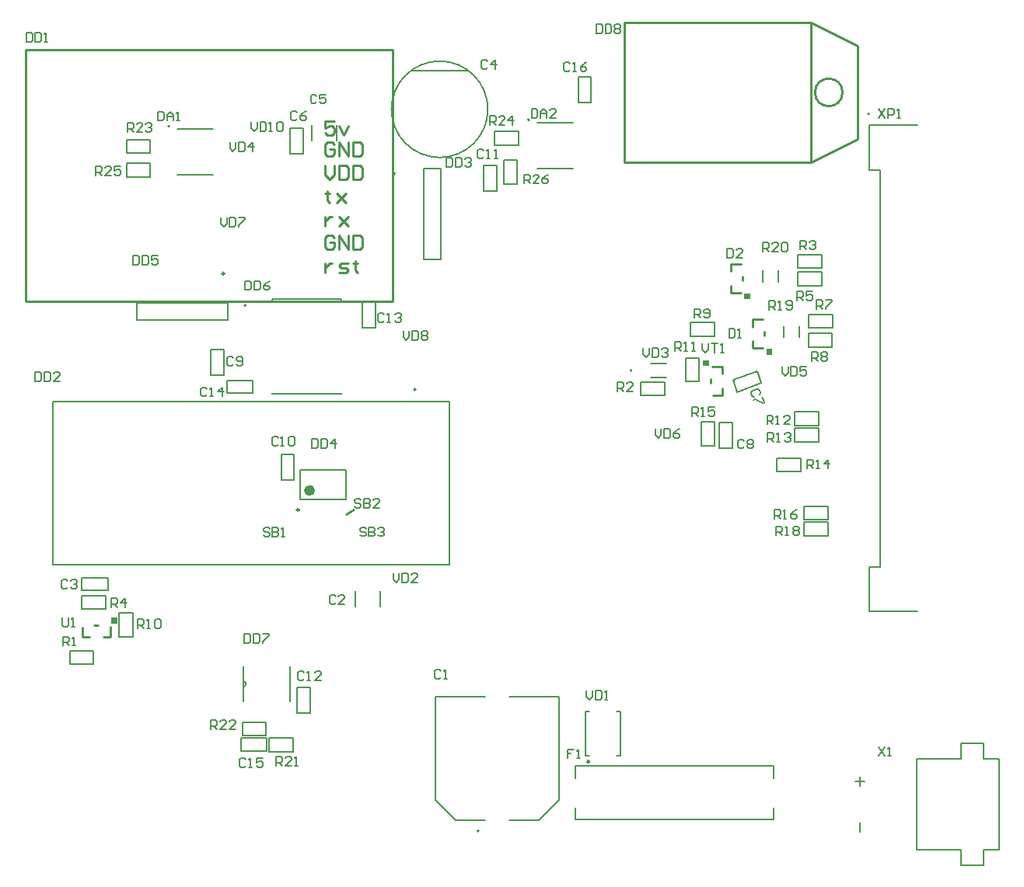
<source format=gto>
G04*
G04 #@! TF.GenerationSoftware,Altium Limited,Altium Designer,20.0.12 (288)*
G04*
G04 Layer_Color=65535*
%FSLAX44Y44*%
%MOMM*%
G71*
G01*
G75*
%ADD10C,0.2000*%
%ADD11C,0.2500*%
%ADD12C,0.2540*%
%ADD13C,0.1524*%
%ADD14C,0.6000*%
%ADD15C,0.1500*%
%ADD16C,0.1270*%
G36*
X97375Y328100D02*
Y321750D01*
X103725D01*
Y328100D01*
X97375D01*
D02*
G37*
G36*
X741900Y602575D02*
X748250D01*
Y608925D01*
X741900D01*
Y602575D01*
D02*
G37*
G36*
X817100Y621425D02*
X810750D01*
Y615075D01*
X817100D01*
Y621425D01*
D02*
G37*
G36*
X793210Y681864D02*
X786860D01*
Y675515D01*
X793210D01*
Y681864D01*
D02*
G37*
D10*
X923000Y877500D02*
G03*
X923000Y877500I-1000J0D01*
G01*
X664501Y597751D02*
G03*
X664501Y597751I-1000J0D01*
G01*
X244250Y668550D02*
G03*
X244250Y668550I-1000J0D01*
G01*
X429000Y577000D02*
G03*
X429000Y577000I-1000J0D01*
G01*
X552790Y870940D02*
G03*
X552790Y870940I-1000J0D01*
G01*
X160790Y863940D02*
G03*
X160790Y863940I-1000J0D01*
G01*
X497750Y95750D02*
G03*
X497750Y95750I-1000J0D01*
G01*
X647250Y226000D02*
X651750D01*
X647250Y178000D02*
X651750D01*
X613750Y226000D02*
X618250D01*
X613750Y178000D02*
X618250D01*
X651750D02*
Y226000D01*
X613750Y178000D02*
Y226000D01*
X539500Y801000D02*
Y827000D01*
X524500Y801000D02*
Y827000D01*
X539500D01*
X524500Y801000D02*
X539500D01*
X114000Y808500D02*
X140000D01*
X114000Y823500D02*
X140000D01*
Y808500D02*
Y823500D01*
X114000Y808500D02*
Y823500D01*
X515000Y843500D02*
X541000D01*
X515000Y858500D02*
X541000D01*
Y843500D02*
Y858500D01*
X515000Y843500D02*
Y858500D01*
X114000Y834500D02*
X140000D01*
X114000Y849500D02*
X140000D01*
Y834500D02*
Y849500D01*
X114000Y834500D02*
Y849500D01*
X240000Y199500D02*
X266000D01*
X240000Y214500D02*
X266000D01*
Y199500D02*
Y214500D01*
X240000Y199500D02*
Y214500D01*
X269500Y182250D02*
X295500D01*
X269500Y197250D02*
X295500D01*
Y182250D02*
Y197250D01*
X269500Y182250D02*
Y197250D01*
X852000Y417500D02*
X878000D01*
X852000Y432500D02*
X878000D01*
Y417500D02*
Y432500D01*
X852000Y417500D02*
Y432500D01*
Y435000D02*
X878000D01*
X852000Y450000D02*
X878000D01*
Y435000D02*
Y450000D01*
X852000Y435000D02*
Y450000D01*
X754500Y516000D02*
Y542000D01*
X739500Y516000D02*
Y542000D01*
X754500D01*
X739500Y516000D02*
X754500D01*
X822000Y487500D02*
X848000D01*
X822000Y502500D02*
X848000D01*
Y487500D02*
Y502500D01*
X822000Y487500D02*
Y502500D01*
X841610Y519940D02*
X867610D01*
X841610Y534940D02*
X867610D01*
Y519940D02*
Y534940D01*
X841610Y519940D02*
Y534940D01*
X841500Y537750D02*
X867500D01*
X841500Y552750D02*
X867500D01*
Y537750D02*
Y552750D01*
X841500Y537750D02*
Y552750D01*
X722750Y585500D02*
Y611500D01*
X737750Y585500D02*
Y611500D01*
X722750Y585500D02*
X737750D01*
X722750Y611500D02*
X737750D01*
X121000Y307250D02*
Y333250D01*
X106000Y307250D02*
Y333250D01*
X121000D01*
X106000Y307250D02*
X121000D01*
X728000Y635250D02*
X754000D01*
X728000Y650250D02*
X754000D01*
Y635250D02*
Y650250D01*
X728000Y635250D02*
Y650250D01*
X856500Y623000D02*
X882500D01*
X856500Y638000D02*
X882500D01*
Y623000D02*
Y638000D01*
X856500Y623000D02*
Y638000D01*
X856750Y644000D02*
X882750D01*
X856750Y659000D02*
X882750D01*
Y644000D02*
Y659000D01*
X856750Y644000D02*
Y659000D01*
X844750Y690000D02*
X870750D01*
X844750Y705000D02*
X870750D01*
Y690000D02*
Y705000D01*
X844750Y690000D02*
Y705000D01*
X65500Y352500D02*
X91500D01*
X65500Y337500D02*
X91500D01*
X65500D02*
Y352500D01*
X91500Y337500D02*
Y352500D01*
X845000Y709250D02*
X871000D01*
X845000Y724250D02*
X871000D01*
Y709250D02*
Y724250D01*
X845000Y709250D02*
Y724250D01*
X674250Y585250D02*
X700250D01*
X674250Y570250D02*
X700250D01*
X674250D02*
Y585250D01*
X700250Y570250D02*
Y585250D01*
X52000Y292500D02*
X78000D01*
X52000Y277500D02*
X78000D01*
X52000D02*
Y292500D01*
X78000Y277500D02*
Y292500D01*
X602500Y166500D02*
X818500D01*
X602500Y108500D02*
X818500D01*
Y121500D01*
Y153500D02*
Y166500D01*
X602500Y108500D02*
Y121500D01*
Y153500D02*
Y166500D01*
X125390Y671535D02*
X224390D01*
X125390Y652562D02*
Y671535D01*
Y652562D02*
X224390D01*
Y671535D01*
X303250Y457000D02*
X353250D01*
X303250Y489000D02*
X353250D01*
X303250Y457000D02*
Y489000D01*
X353250Y457000D02*
Y489000D01*
X437263Y718750D02*
Y817750D01*
Y718750D02*
X456237D01*
Y817750D01*
X437263D02*
X456237D01*
X606000Y890000D02*
X620000D01*
X606000Y918000D02*
X620000D01*
X606000Y890000D02*
Y918000D01*
X620000Y890000D02*
Y918000D01*
X239000Y183000D02*
Y197000D01*
X267000Y183000D02*
Y197000D01*
X239000D02*
X267000D01*
X239000Y183000D02*
X267000D01*
X223500Y573000D02*
Y587000D01*
X251500Y573000D02*
Y587000D01*
X223500D02*
X251500D01*
X223500Y573000D02*
X251500D01*
X371188Y644000D02*
X385188D01*
X371188Y672000D02*
X385188D01*
X371188Y644000D02*
Y672000D01*
X385188Y644000D02*
Y672000D01*
X300000Y224000D02*
X314000D01*
X300000Y252000D02*
X314000D01*
X300000Y224000D02*
Y252000D01*
X314000Y224000D02*
Y252000D01*
X503000Y793500D02*
X517000D01*
X503000Y821500D02*
X517000D01*
X503000Y793500D02*
Y821500D01*
X517000Y793500D02*
Y821500D01*
X282500Y506000D02*
X296500D01*
X282500Y478000D02*
X296500D01*
Y506000D01*
X282500Y478000D02*
Y506000D01*
X205750Y593000D02*
X219750D01*
X205750Y621000D02*
X219750D01*
X205750Y593000D02*
Y621000D01*
X219750Y593000D02*
Y621000D01*
X759750Y512750D02*
X773750D01*
X759750Y540750D02*
X773750D01*
X759750Y512750D02*
Y540750D01*
X773750Y512750D02*
Y540750D01*
X774310Y587479D02*
X779098Y574324D01*
X800621Y597056D02*
X805410Y583900D01*
X774310Y587479D02*
X800621Y597056D01*
X779098Y574324D02*
X805410Y583900D01*
X292000Y834000D02*
X306000D01*
X292000Y862000D02*
X306000D01*
X292000Y834000D02*
Y862000D01*
X306000Y834000D02*
Y862000D01*
X315969Y848521D02*
Y865479D01*
X343031Y848521D02*
Y865479D01*
X425000Y924500D02*
X485000D01*
X93500Y358000D02*
Y372000D01*
X65500Y358000D02*
Y372000D01*
Y358000D02*
X93500D01*
X65500Y372000D02*
X93500D01*
X390531Y340271D02*
Y357229D01*
X363469Y340271D02*
Y357229D01*
X625421Y974998D02*
Y965002D01*
X630419D01*
X632085Y966668D01*
Y973332D01*
X630419Y974998D01*
X625421D01*
X635418D02*
Y965002D01*
X640416D01*
X642082Y966668D01*
Y973332D01*
X640416Y974998D01*
X635418D01*
X645415Y973332D02*
X647081Y974998D01*
X650413D01*
X652079Y973332D01*
Y971666D01*
X650413Y970000D01*
X652079Y968334D01*
Y966668D01*
X650413Y965002D01*
X647081D01*
X645415Y966668D01*
Y968334D01*
X647081Y970000D01*
X645415Y971666D01*
Y973332D01*
X647081Y970000D02*
X650413D01*
X230334Y611082D02*
X228668Y612748D01*
X225336D01*
X223669Y611082D01*
Y604418D01*
X225336Y602752D01*
X228668D01*
X230334Y604418D01*
X233666D02*
X235332Y602752D01*
X238664D01*
X240331Y604418D01*
Y611082D01*
X238664Y612748D01*
X235332D01*
X233666Y611082D01*
Y609416D01*
X235332Y607750D01*
X240331D01*
X307558Y268363D02*
X305892Y270029D01*
X302560D01*
X300894Y268363D01*
Y261698D01*
X302560Y260032D01*
X305892D01*
X307558Y261698D01*
X310891Y260032D02*
X314223D01*
X312557D01*
Y270029D01*
X310891Y268363D01*
X325886Y260032D02*
X319221D01*
X325886Y266696D01*
Y268363D01*
X324220Y270029D01*
X320887D01*
X319221Y268363D01*
X502835Y837582D02*
X501169Y839248D01*
X497836D01*
X496170Y837582D01*
Y830918D01*
X497836Y829252D01*
X501169D01*
X502835Y830918D01*
X506167Y829252D02*
X509499D01*
X507833D01*
Y839248D01*
X506167Y837582D01*
X514498Y829252D02*
X517830D01*
X516164D01*
Y839248D01*
X514498Y837582D01*
X341584Y351582D02*
X339918Y353248D01*
X336586D01*
X334919Y351582D01*
Y344918D01*
X336586Y343252D01*
X339918D01*
X341584Y344918D01*
X351581Y343252D02*
X344916D01*
X351581Y349916D01*
Y351582D01*
X349915Y353248D01*
X346582D01*
X344916Y351582D01*
X50084Y368082D02*
X48418Y369748D01*
X45086D01*
X43419Y368082D01*
Y361418D01*
X45086Y359752D01*
X48418D01*
X50084Y361418D01*
X53416Y368082D02*
X55082Y369748D01*
X58415D01*
X60081Y368082D01*
Y366416D01*
X58415Y364750D01*
X56748D01*
X58415D01*
X60081Y363084D01*
Y361418D01*
X58415Y359752D01*
X55082D01*
X53416Y361418D01*
X506834Y934582D02*
X505168Y936248D01*
X501836D01*
X500169Y934582D01*
Y927918D01*
X501836Y926252D01*
X505168D01*
X506834Y927918D01*
X515164Y926252D02*
Y936248D01*
X510166Y931250D01*
X516831D01*
X321151Y897013D02*
X319484Y898679D01*
X316152D01*
X314486Y897013D01*
Y890348D01*
X316152Y888682D01*
X319484D01*
X321151Y890348D01*
X331147Y898679D02*
X324483D01*
Y893680D01*
X327815Y895347D01*
X329481D01*
X331147Y893680D01*
Y890348D01*
X329481Y888682D01*
X326149D01*
X324483Y890348D01*
X299788Y878485D02*
X298122Y880151D01*
X294790D01*
X293124Y878485D01*
Y871820D01*
X294790Y870154D01*
X298122D01*
X299788Y871820D01*
X309785Y880151D02*
X306453Y878485D01*
X303121Y875152D01*
Y871820D01*
X304787Y870154D01*
X308119D01*
X309785Y871820D01*
Y873486D01*
X308119Y875152D01*
X303121D01*
X803409Y571467D02*
X804405Y573602D01*
X803265Y576734D01*
X801129Y577729D01*
X794867Y575450D01*
X793871Y573315D01*
X795011Y570183D01*
X797146Y569188D01*
X806114Y568905D02*
X808394Y562643D01*
X806828Y562073D01*
X798286Y566056D01*
X796720Y565486D01*
X786334Y521082D02*
X784668Y522748D01*
X781336D01*
X779669Y521082D01*
Y514418D01*
X781336Y512752D01*
X784668D01*
X786334Y514418D01*
X789666Y521082D02*
X791332Y522748D01*
X794665D01*
X796331Y521082D01*
Y519416D01*
X794665Y517750D01*
X796331Y516084D01*
Y514418D01*
X794665Y512752D01*
X791332D01*
X789666Y514418D01*
Y516084D01*
X791332Y517750D01*
X789666Y519416D01*
Y521082D01*
X791332Y517750D02*
X794665D01*
X278918Y523832D02*
X277252Y525498D01*
X273920D01*
X272254Y523832D01*
Y517168D01*
X273920Y515502D01*
X277252D01*
X278918Y517168D01*
X282251Y515502D02*
X285583D01*
X283917D01*
Y525498D01*
X282251Y523832D01*
X290581D02*
X292248Y525498D01*
X295580D01*
X297246Y523832D01*
Y517168D01*
X295580Y515502D01*
X292248D01*
X290581Y517168D01*
Y523832D01*
X394669Y658332D02*
X393002Y659998D01*
X389670D01*
X388004Y658332D01*
Y651668D01*
X389670Y650002D01*
X393002D01*
X394669Y651668D01*
X398001Y650002D02*
X401333D01*
X399667D01*
Y659998D01*
X398001Y658332D01*
X406331D02*
X407998Y659998D01*
X411330D01*
X412996Y658332D01*
Y656666D01*
X411330Y655000D01*
X409664D01*
X411330D01*
X412996Y653334D01*
Y651668D01*
X411330Y650002D01*
X407998D01*
X406331Y651668D01*
X243669Y173332D02*
X242003Y174998D01*
X238670D01*
X237004Y173332D01*
Y166668D01*
X238670Y165001D01*
X242003D01*
X243669Y166668D01*
X247001Y165001D02*
X250333D01*
X248667D01*
Y174998D01*
X247001Y173332D01*
X261996Y174998D02*
X255332D01*
Y170000D01*
X258664Y171666D01*
X260330D01*
X261996Y170000D01*
Y166668D01*
X260330Y165001D01*
X256998D01*
X255332Y166668D01*
X201418Y577832D02*
X199752Y579498D01*
X196420D01*
X194754Y577832D01*
Y571168D01*
X196420Y569502D01*
X199752D01*
X201418Y571168D01*
X204751Y569502D02*
X208083D01*
X206417D01*
Y579498D01*
X204751Y577832D01*
X218080Y569502D02*
Y579498D01*
X213081Y574500D01*
X219746D01*
X596669Y932082D02*
X595002Y933748D01*
X591670D01*
X590004Y932082D01*
Y925418D01*
X591670Y923752D01*
X595002D01*
X596669Y925418D01*
X600001Y923752D02*
X603333D01*
X601667D01*
Y933748D01*
X600001Y932082D01*
X614996Y933748D02*
X611664Y932082D01*
X608331Y928750D01*
Y925418D01*
X609998Y923752D01*
X613330D01*
X614996Y925418D01*
Y927084D01*
X613330Y928750D01*
X608331D01*
X769982Y643340D02*
Y633344D01*
X774980D01*
X776646Y635010D01*
Y641674D01*
X774980Y643340D01*
X769982D01*
X779979Y633344D02*
X783311D01*
X781645D01*
Y643340D01*
X779979Y641674D01*
X768219Y730560D02*
Y720563D01*
X773217D01*
X774884Y722229D01*
Y728894D01*
X773217Y730560D01*
X768219D01*
X784880Y720563D02*
X778216D01*
X784880Y727228D01*
Y728894D01*
X783214Y730560D01*
X779882D01*
X778216Y728894D01*
X148493Y880031D02*
Y870034D01*
X153491D01*
X155157Y871701D01*
Y878365D01*
X153491Y880031D01*
X148493D01*
X158489Y870034D02*
Y876699D01*
X161822Y880031D01*
X165154Y876699D01*
Y870034D01*
Y875033D01*
X158489D01*
X168486Y870034D02*
X171818D01*
X170152D01*
Y880031D01*
X168486Y878365D01*
X554921Y883248D02*
Y873252D01*
X559919D01*
X561586Y874918D01*
Y881582D01*
X559919Y883248D01*
X554921D01*
X564918Y873252D02*
Y879916D01*
X568250Y883248D01*
X571582Y879916D01*
Y873252D01*
Y878250D01*
X564918D01*
X581579Y873252D02*
X574915D01*
X581579Y879916D01*
Y881582D01*
X579913Y883248D01*
X576581D01*
X574915Y881582D01*
X4730Y965735D02*
Y955738D01*
X9728D01*
X11394Y957404D01*
Y964069D01*
X9728Y965735D01*
X4730D01*
X14727D02*
Y955738D01*
X19725D01*
X21391Y957404D01*
Y964069D01*
X19725Y965735D01*
X14727D01*
X24723Y955738D02*
X28056D01*
X26390D01*
Y965735D01*
X24723Y964069D01*
X14382Y596165D02*
Y586168D01*
X19380D01*
X21047Y587834D01*
Y594499D01*
X19380Y596165D01*
X14382D01*
X24379D02*
Y586168D01*
X29377D01*
X31043Y587834D01*
Y594499D01*
X29377Y596165D01*
X24379D01*
X41040Y586168D02*
X34376D01*
X41040Y592832D01*
Y594499D01*
X39374Y596165D01*
X36042D01*
X34376Y594499D01*
X462421Y829748D02*
Y819752D01*
X467419D01*
X469086Y821418D01*
Y828082D01*
X467419Y829748D01*
X462421D01*
X472418D02*
Y819752D01*
X477416D01*
X479082Y821418D01*
Y828082D01*
X477416Y829748D01*
X472418D01*
X482415Y828082D02*
X484081Y829748D01*
X487413D01*
X489079Y828082D01*
Y826416D01*
X487413Y824750D01*
X485747D01*
X487413D01*
X489079Y823084D01*
Y821418D01*
X487413Y819752D01*
X484081D01*
X482415Y821418D01*
X315921Y523498D02*
Y513502D01*
X320919D01*
X322585Y515168D01*
Y521832D01*
X320919Y523498D01*
X315921D01*
X325918D02*
Y513502D01*
X330916D01*
X332582Y515168D01*
Y521832D01*
X330916Y523498D01*
X325918D01*
X340913Y513502D02*
Y523498D01*
X335914Y518500D01*
X342579D01*
X121316Y723165D02*
Y713168D01*
X126314D01*
X127980Y714834D01*
Y721499D01*
X126314Y723165D01*
X121316D01*
X131313D02*
Y713168D01*
X136311D01*
X137977Y714834D01*
Y721499D01*
X136311Y723165D01*
X131313D01*
X147974D02*
X141309D01*
Y718166D01*
X144642Y719833D01*
X146308D01*
X147974Y718166D01*
Y714834D01*
X146308Y713168D01*
X142976D01*
X141309Y714834D01*
X243162Y695443D02*
Y685446D01*
X248160D01*
X249827Y687112D01*
Y693777D01*
X248160Y695443D01*
X243162D01*
X253159D02*
Y685446D01*
X258157D01*
X259823Y687112D01*
Y693777D01*
X258157Y695443D01*
X253159D01*
X269820D02*
X266488Y693777D01*
X263156Y690444D01*
Y687112D01*
X264822Y685446D01*
X268154D01*
X269820Y687112D01*
Y688778D01*
X268154Y690444D01*
X263156D01*
X242408Y310783D02*
Y300786D01*
X247406D01*
X249072Y302452D01*
Y309117D01*
X247406Y310783D01*
X242408D01*
X252405D02*
Y300786D01*
X257403D01*
X259069Y302452D01*
Y309117D01*
X257403Y310783D01*
X252405D01*
X262402D02*
X269066D01*
Y309117D01*
X262402Y302452D01*
Y300786D01*
X600928Y184939D02*
X594264D01*
Y179940D01*
X597596D01*
X594264D01*
Y174942D01*
X604261D02*
X607593D01*
X605927D01*
Y184939D01*
X604261Y183273D01*
X45086Y297752D02*
Y307748D01*
X50084D01*
X51750Y306082D01*
Y302750D01*
X50084Y301084D01*
X45086D01*
X48418D02*
X51750Y297752D01*
X55082D02*
X58415D01*
X56748D01*
Y307748D01*
X55082Y306082D01*
X648669Y575002D02*
Y584998D01*
X653668D01*
X655334Y583332D01*
Y580000D01*
X653668Y578334D01*
X648669D01*
X652002D02*
X655334Y575002D01*
X665331D02*
X658666D01*
X665331Y581666D01*
Y583332D01*
X663664Y584998D01*
X660332D01*
X658666Y583332D01*
X847419Y729502D02*
Y739498D01*
X852418D01*
X854084Y737832D01*
Y734500D01*
X852418Y732834D01*
X847419D01*
X850752D02*
X854084Y729502D01*
X857416Y737832D02*
X859082Y739498D01*
X862414D01*
X864081Y737832D01*
Y736166D01*
X862414Y734500D01*
X860748D01*
X862414D01*
X864081Y732834D01*
Y731168D01*
X862414Y729502D01*
X859082D01*
X857416Y731168D01*
X97209Y339703D02*
Y349700D01*
X102208D01*
X103874Y348034D01*
Y344701D01*
X102208Y343035D01*
X97209D01*
X100542D02*
X103874Y339703D01*
X112205D02*
Y349700D01*
X107206Y344701D01*
X113871D01*
X843919Y674002D02*
Y683998D01*
X848918D01*
X850584Y682332D01*
Y679000D01*
X848918Y677334D01*
X843919D01*
X847252D02*
X850584Y674002D01*
X860581Y683998D02*
X853916D01*
Y679000D01*
X857248Y680666D01*
X858914D01*
X860581Y679000D01*
Y675668D01*
X858914Y674002D01*
X855582D01*
X853916Y675668D01*
X865597Y664412D02*
Y674409D01*
X870595D01*
X872261Y672742D01*
Y669410D01*
X870595Y667744D01*
X865597D01*
X868929D02*
X872261Y664412D01*
X875593Y674409D02*
X882258D01*
Y672742D01*
X875593Y666078D01*
Y664412D01*
X860169Y608002D02*
Y617998D01*
X865168D01*
X866834Y616332D01*
Y613000D01*
X865168Y611334D01*
X860169D01*
X863502D02*
X866834Y608002D01*
X870166Y616332D02*
X871832Y617998D01*
X875164D01*
X876831Y616332D01*
Y614666D01*
X875164Y613000D01*
X876831Y611334D01*
Y609668D01*
X875164Y608002D01*
X871832D01*
X870166Y609668D01*
Y611334D01*
X871832Y613000D01*
X870166Y614666D01*
Y616332D01*
X871832Y613000D02*
X875164D01*
X732669Y655002D02*
Y664998D01*
X737668D01*
X739334Y663332D01*
Y660000D01*
X737668Y658334D01*
X732669D01*
X736002D02*
X739334Y655002D01*
X742666Y656668D02*
X744332Y655002D01*
X747664D01*
X749331Y656668D01*
Y663332D01*
X747664Y664998D01*
X744332D01*
X742666Y663332D01*
Y661666D01*
X744332Y660000D01*
X749331D01*
X126504Y316752D02*
Y326748D01*
X131502D01*
X133168Y325082D01*
Y321750D01*
X131502Y320084D01*
X126504D01*
X129836D02*
X133168Y316752D01*
X136501D02*
X139833D01*
X138167D01*
Y326748D01*
X136501Y325082D01*
X144831D02*
X146498Y326748D01*
X149830D01*
X151496Y325082D01*
Y318418D01*
X149830Y316752D01*
X146498D01*
X144831Y318418D01*
Y325082D01*
X711420Y618752D02*
Y628748D01*
X716419D01*
X718085Y627082D01*
Y623750D01*
X716419Y622084D01*
X711420D01*
X714752D02*
X718085Y618752D01*
X721417D02*
X724749D01*
X723083D01*
Y628748D01*
X721417Y627082D01*
X729748Y618752D02*
X733080D01*
X731414D01*
Y628748D01*
X729748Y627082D01*
X811504Y539002D02*
Y548998D01*
X816502D01*
X818168Y547332D01*
Y544000D01*
X816502Y542334D01*
X811504D01*
X814836D02*
X818168Y539002D01*
X821501D02*
X824833D01*
X823167D01*
Y548998D01*
X821501Y547332D01*
X836496Y539002D02*
X829831D01*
X836496Y545666D01*
Y547332D01*
X834830Y548998D01*
X831498D01*
X829831Y547332D01*
X812254Y520002D02*
Y529998D01*
X817252D01*
X818919Y528332D01*
Y525000D01*
X817252Y523334D01*
X812254D01*
X815586D02*
X818919Y520002D01*
X822251D02*
X825583D01*
X823917D01*
Y529998D01*
X822251Y528332D01*
X830581D02*
X832248Y529998D01*
X835580D01*
X837246Y528332D01*
Y526666D01*
X835580Y525000D01*
X833914D01*
X835580D01*
X837246Y523334D01*
Y521668D01*
X835580Y520002D01*
X832248D01*
X830581Y521668D01*
X729614Y548191D02*
Y558188D01*
X734612D01*
X736278Y556522D01*
Y553190D01*
X734612Y551524D01*
X729614D01*
X732946D02*
X736278Y548191D01*
X739611D02*
X742943D01*
X741277D01*
Y558188D01*
X739611Y556522D01*
X754606Y558188D02*
X747941D01*
Y553190D01*
X751273Y554856D01*
X752940D01*
X754606Y553190D01*
Y549858D01*
X752940Y548191D01*
X749607D01*
X747941Y549858D01*
X855004Y490752D02*
Y500748D01*
X860002D01*
X861668Y499082D01*
Y495750D01*
X860002Y494084D01*
X855004D01*
X858336D02*
X861668Y490752D01*
X865001D02*
X868333D01*
X866667D01*
Y500748D01*
X865001Y499082D01*
X878330Y490752D02*
Y500748D01*
X873332Y495750D01*
X879996D01*
X819254Y436252D02*
Y446248D01*
X824252D01*
X825919Y444582D01*
Y441250D01*
X824252Y439584D01*
X819254D01*
X822586D02*
X825919Y436252D01*
X829251D02*
X832583D01*
X830917D01*
Y446248D01*
X829251Y444582D01*
X844246Y446248D02*
X840914Y444582D01*
X837581Y441250D01*
Y437918D01*
X839248Y436252D01*
X842580D01*
X844246Y437918D01*
Y439584D01*
X842580Y441250D01*
X837581D01*
X821504Y418002D02*
Y427998D01*
X826502D01*
X828168Y426332D01*
Y423000D01*
X826502Y421334D01*
X821504D01*
X824836D02*
X828168Y418002D01*
X831501D02*
X834833D01*
X833167D01*
Y427998D01*
X831501Y426332D01*
X839831D02*
X841498Y427998D01*
X844830D01*
X846496Y426332D01*
Y424666D01*
X844830Y423000D01*
X846496Y421334D01*
Y419668D01*
X844830Y418002D01*
X841498D01*
X839831Y419668D01*
Y421334D01*
X841498Y423000D01*
X839831Y424666D01*
Y426332D01*
X841498Y423000D02*
X844830D01*
X813754Y664002D02*
Y673998D01*
X818752D01*
X820419Y672332D01*
Y669000D01*
X818752Y667334D01*
X813754D01*
X817086D02*
X820419Y664002D01*
X823751D02*
X827083D01*
X825417D01*
Y673998D01*
X823751Y672332D01*
X832082Y665668D02*
X833748Y664002D01*
X837080D01*
X838746Y665668D01*
Y672332D01*
X837080Y673998D01*
X833748D01*
X832082Y672332D01*
Y670666D01*
X833748Y669000D01*
X838746D01*
X807130Y727308D02*
Y737305D01*
X812128D01*
X813794Y735639D01*
Y732306D01*
X812128Y730640D01*
X807130D01*
X810462D02*
X813794Y727308D01*
X823791D02*
X817127D01*
X823791Y733972D01*
Y735639D01*
X822125Y737305D01*
X818793D01*
X817127Y735639D01*
X827123D02*
X828790Y737305D01*
X832122D01*
X833788Y735639D01*
Y728974D01*
X832122Y727308D01*
X828790D01*
X827123Y728974D01*
Y735639D01*
X277087Y167002D02*
Y176998D01*
X282085D01*
X283752Y175332D01*
Y172000D01*
X282085Y170334D01*
X277087D01*
X280419D02*
X283752Y167002D01*
X293748D02*
X287084D01*
X293748Y173666D01*
Y175332D01*
X292082Y176998D01*
X288750D01*
X287084Y175332D01*
X297081Y167002D02*
X300413D01*
X298747D01*
Y176998D01*
X297081Y175332D01*
X269627Y424832D02*
X267960Y426498D01*
X264628D01*
X262962Y424832D01*
Y423166D01*
X264628Y421500D01*
X267960D01*
X269627Y419834D01*
Y418168D01*
X267960Y416502D01*
X264628D01*
X262962Y418168D01*
X272959Y426498D02*
Y416502D01*
X277957D01*
X279623Y418168D01*
Y419834D01*
X277957Y421500D01*
X272959D01*
X277957D01*
X279623Y423166D01*
Y424832D01*
X277957Y426498D01*
X272959D01*
X282956Y416502D02*
X286288D01*
X284622D01*
Y426498D01*
X282956Y424832D01*
X369336Y456082D02*
X367669Y457748D01*
X364337D01*
X362671Y456082D01*
Y454416D01*
X364337Y452750D01*
X367669D01*
X369336Y451084D01*
Y449418D01*
X367669Y447752D01*
X364337D01*
X362671Y449418D01*
X372668Y457748D02*
Y447752D01*
X377666D01*
X379332Y449418D01*
Y451084D01*
X377666Y452750D01*
X372668D01*
X377666D01*
X379332Y454416D01*
Y456082D01*
X377666Y457748D01*
X372668D01*
X389329Y447752D02*
X382664D01*
X389329Y454416D01*
Y456082D01*
X387663Y457748D01*
X384331D01*
X382664Y456082D01*
X374585Y425332D02*
X372919Y426998D01*
X369587D01*
X367921Y425332D01*
Y423666D01*
X369587Y422000D01*
X372919D01*
X374585Y420334D01*
Y418668D01*
X372919Y417002D01*
X369587D01*
X367921Y418668D01*
X377918Y426998D02*
Y417002D01*
X382916D01*
X384582Y418668D01*
Y420334D01*
X382916Y422000D01*
X377918D01*
X382916D01*
X384582Y423666D01*
Y425332D01*
X382916Y426998D01*
X377918D01*
X387915Y425332D02*
X389581Y426998D01*
X392913D01*
X394579Y425332D01*
Y423666D01*
X392913Y422000D01*
X391247D01*
X392913D01*
X394579Y420334D01*
Y418668D01*
X392913Y417002D01*
X389581D01*
X387915Y418668D01*
X44085Y328498D02*
Y320168D01*
X45752Y318502D01*
X49084D01*
X50750Y320168D01*
Y328498D01*
X54082Y318502D02*
X57414D01*
X55748D01*
Y328498D01*
X54082Y326832D01*
X614544Y248605D02*
Y241940D01*
X617876Y238608D01*
X621208Y241940D01*
Y248605D01*
X624541D02*
Y238608D01*
X629539D01*
X631205Y240274D01*
Y246939D01*
X629539Y248605D01*
X624541D01*
X634538Y238608D02*
X637870D01*
X636204D01*
Y248605D01*
X634538Y246939D01*
X404296Y376455D02*
Y369790D01*
X407628Y366458D01*
X410961Y369790D01*
Y376455D01*
X414293D02*
Y366458D01*
X419291D01*
X420957Y368124D01*
Y374789D01*
X419291Y376455D01*
X414293D01*
X430954Y366458D02*
X424290D01*
X430954Y373122D01*
Y374789D01*
X429288Y376455D01*
X425956D01*
X424290Y374789D01*
X676671Y621998D02*
Y615334D01*
X680003Y612002D01*
X683335Y615334D01*
Y621998D01*
X686668D02*
Y612002D01*
X691666D01*
X693332Y613668D01*
Y620332D01*
X691666Y621998D01*
X686668D01*
X696665Y620332D02*
X698331Y621998D01*
X701663D01*
X703329Y620332D01*
Y618666D01*
X701663Y617000D01*
X699997D01*
X701663D01*
X703329Y615334D01*
Y613668D01*
X701663Y612002D01*
X698331D01*
X696665Y613668D01*
X226421Y846498D02*
Y839834D01*
X229753Y836502D01*
X233085Y839834D01*
Y846498D01*
X236418D02*
Y836502D01*
X241416D01*
X243082Y838168D01*
Y844832D01*
X241416Y846498D01*
X236418D01*
X251413Y836502D02*
Y846498D01*
X246415Y841500D01*
X253079D01*
X827671Y601938D02*
Y595274D01*
X831003Y591941D01*
X834335Y595274D01*
Y601938D01*
X837668D02*
Y591941D01*
X842666D01*
X844332Y593607D01*
Y600272D01*
X842666Y601938D01*
X837668D01*
X854329D02*
X847664D01*
Y596940D01*
X850997Y598606D01*
X852663D01*
X854329Y596940D01*
Y593607D01*
X852663Y591941D01*
X849331D01*
X847664Y593607D01*
X415231Y640958D02*
Y634294D01*
X418563Y630962D01*
X421895Y634294D01*
Y640958D01*
X425228D02*
Y630962D01*
X430226D01*
X431892Y632628D01*
Y639292D01*
X430226Y640958D01*
X425228D01*
X435225Y639292D02*
X436891Y640958D01*
X440223D01*
X441889Y639292D01*
Y637626D01*
X440223Y635960D01*
X441889Y634294D01*
Y632628D01*
X440223Y630962D01*
X436891D01*
X435225Y632628D01*
Y634294D01*
X436891Y635960D01*
X435225Y637626D01*
Y639292D01*
X436891Y635960D02*
X440223D01*
X249506Y868748D02*
Y862084D01*
X252838Y858752D01*
X256170Y862084D01*
Y868748D01*
X259502D02*
Y858752D01*
X264501D01*
X266167Y860418D01*
Y867082D01*
X264501Y868748D01*
X259502D01*
X269499Y858752D02*
X272831D01*
X271165D01*
Y868748D01*
X269499Y867082D01*
X277830D02*
X279496Y868748D01*
X282828D01*
X284494Y867082D01*
Y860418D01*
X282828Y858752D01*
X279496D01*
X277830Y860418D01*
Y867082D01*
X740837Y626998D02*
Y620334D01*
X744169Y617002D01*
X747502Y620334D01*
Y626998D01*
X750834D02*
X757498D01*
X754166D01*
Y617002D01*
X760831D02*
X764163D01*
X762497D01*
Y626998D01*
X760831Y625332D01*
X933335Y187498D02*
X940000Y177502D01*
Y187498D02*
X933335Y177502D01*
X943332D02*
X946665D01*
X944998D01*
Y187498D01*
X943332Y185832D01*
X456134Y270037D02*
X454468Y271703D01*
X451136D01*
X449470Y270037D01*
Y263372D01*
X451136Y261706D01*
X454468D01*
X456134Y263372D01*
X459467Y261706D02*
X462799D01*
X461133D01*
Y271703D01*
X459467Y270037D01*
X205921Y206502D02*
Y216498D01*
X210919D01*
X212586Y214832D01*
Y211500D01*
X210919Y209834D01*
X205921D01*
X209253D02*
X212586Y206502D01*
X222582D02*
X215918D01*
X222582Y213166D01*
Y214832D01*
X220916Y216498D01*
X217584D01*
X215918Y214832D01*
X232579Y206502D02*
X225914D01*
X232579Y213166D01*
Y214832D01*
X230913Y216498D01*
X227581D01*
X225914Y214832D01*
X114918Y857598D02*
Y867595D01*
X119916D01*
X121582Y865929D01*
Y862596D01*
X119916Y860930D01*
X114918D01*
X118250D02*
X121582Y857598D01*
X131579D02*
X124915D01*
X131579Y864262D01*
Y865929D01*
X129913Y867595D01*
X126581D01*
X124915Y865929D01*
X134911D02*
X136578Y867595D01*
X139910D01*
X141576Y865929D01*
Y864262D01*
X139910Y862596D01*
X138244D01*
X139910D01*
X141576Y860930D01*
Y859264D01*
X139910Y857598D01*
X136578D01*
X134911Y859264D01*
X509421Y865502D02*
Y875498D01*
X514419D01*
X516086Y873832D01*
Y870500D01*
X514419Y868834D01*
X509421D01*
X512753D02*
X516086Y865502D01*
X526082D02*
X519418D01*
X526082Y872166D01*
Y873832D01*
X524416Y875498D01*
X521084D01*
X519418Y873832D01*
X534413Y865502D02*
Y875498D01*
X529414Y870500D01*
X536079D01*
X80671Y810252D02*
Y820248D01*
X85669D01*
X87336Y818582D01*
Y815250D01*
X85669Y813584D01*
X80671D01*
X84003D02*
X87336Y810252D01*
X97332D02*
X90668D01*
X97332Y816916D01*
Y818582D01*
X95666Y820248D01*
X92334D01*
X90668Y818582D01*
X107329Y820248D02*
X100665D01*
Y815250D01*
X103997Y816916D01*
X105663D01*
X107329Y815250D01*
Y811918D01*
X105663Y810252D01*
X102331D01*
X100665Y811918D01*
X546671Y801502D02*
Y811498D01*
X551669D01*
X553335Y809832D01*
Y806500D01*
X551669Y804834D01*
X546671D01*
X550003D02*
X553335Y801502D01*
X563332D02*
X556668D01*
X563332Y808166D01*
Y809832D01*
X561666Y811498D01*
X558334D01*
X556668Y809832D01*
X573329Y811498D02*
X569997Y809832D01*
X566665Y806500D01*
Y803168D01*
X568331Y801502D01*
X571663D01*
X573329Y803168D01*
Y804834D01*
X571663Y806500D01*
X566665D01*
X933087Y883248D02*
X939752Y873252D01*
Y883248D02*
X933087Y873252D01*
X943084D02*
Y883248D01*
X948082D01*
X949748Y881582D01*
Y878250D01*
X948082Y876584D01*
X943084D01*
X953081Y873252D02*
X956413D01*
X954747D01*
Y883248D01*
X953081Y881582D01*
X689635Y534170D02*
Y527505D01*
X692967Y524173D01*
X696299Y527505D01*
Y534170D01*
X699632D02*
Y524173D01*
X704630D01*
X706296Y525839D01*
Y532504D01*
X704630Y534170D01*
X699632D01*
X716293D02*
X712961Y532504D01*
X709628Y529172D01*
Y525839D01*
X711294Y524173D01*
X714627D01*
X716293Y525839D01*
Y527505D01*
X714627Y529172D01*
X709628D01*
X216408Y764163D02*
Y757498D01*
X219740Y754166D01*
X223072Y757498D01*
Y764163D01*
X226405D02*
Y754166D01*
X231403D01*
X233069Y755832D01*
Y762497D01*
X231403Y764163D01*
X226405D01*
X236402D02*
X243066D01*
Y762497D01*
X236402Y755832D01*
Y754166D01*
D11*
X618000Y171500D02*
G03*
X618000Y171500I-1250J0D01*
G01*
X220590Y703580D02*
G03*
X220590Y703580I-1250J0D01*
G01*
X301950Y445750D02*
G03*
X301950Y445750I-1250J0D01*
G01*
X406469Y812700D02*
G03*
X406469Y812700I-1250J0D01*
G01*
D12*
X893650Y900900D02*
G03*
X893650Y900900I-15000J0D01*
G01*
X763030Y594000D02*
Y601750D01*
Y570750D02*
Y578500D01*
X750250Y584250D02*
Y588250D01*
X752000Y601750D02*
X763030D01*
X752250Y570750D02*
X763030D01*
X88800Y306970D02*
X96550D01*
X65550D02*
X73300D01*
X79050Y319750D02*
X83050D01*
X96550Y306970D02*
Y318000D01*
X65550Y306970D02*
Y317750D01*
X656400Y824700D02*
Y900900D01*
Y977100D01*
X859600D01*
X656400Y824700D02*
X859600D01*
Y977100D01*
X910400Y951700D01*
Y850100D02*
Y951700D01*
X859600Y824700D02*
X910400Y850100D01*
X4060Y673060D02*
X404060D01*
X4060Y947430D02*
X404060D01*
Y673060D02*
Y947430D01*
X4060Y673060D02*
Y947430D01*
X772080Y682690D02*
Y690440D01*
Y705939D02*
Y713689D01*
X784860Y696189D02*
Y700190D01*
X772080Y682690D02*
X783110D01*
X772080Y713689D02*
X782860D01*
X795970Y622250D02*
Y630000D01*
Y645500D02*
Y653250D01*
X808750Y635750D02*
Y639750D01*
X795970Y622250D02*
X807000D01*
X795970Y653250D02*
X806750D01*
X352948Y441500D02*
X361500Y446000D01*
X340607Y869905D02*
X330450D01*
Y862288D01*
X335528Y864827D01*
X338068D01*
X340607Y862288D01*
Y857209D01*
X338068Y854670D01*
X332989D01*
X330450Y857209D01*
X345685Y864827D02*
X350763Y854670D01*
X355842Y864827D01*
X340607Y844506D02*
X338068Y847045D01*
X332989D01*
X330450Y844506D01*
Y834349D01*
X332989Y831810D01*
X338068D01*
X340607Y834349D01*
Y839427D01*
X335528D01*
X345685Y831810D02*
Y847045D01*
X355842Y831810D01*
Y847045D01*
X360920D02*
Y831810D01*
X368538D01*
X371077Y834349D01*
Y844506D01*
X368538Y847045D01*
X360920D01*
X330450Y821645D02*
Y811488D01*
X335528Y806410D01*
X340607Y811488D01*
Y821645D01*
X345685D02*
Y806410D01*
X353303D01*
X355842Y808949D01*
Y819106D01*
X353303Y821645D01*
X345685D01*
X360920D02*
Y806410D01*
X368538D01*
X371077Y808949D01*
Y819106D01*
X368538Y821645D01*
X360920D01*
X332989Y793706D02*
Y791167D01*
X330450D01*
X335528D01*
X332989D01*
Y783549D01*
X335528Y781010D01*
X343146Y791167D02*
X353303Y781010D01*
X348224Y786088D01*
X353303Y791167D01*
X343146Y781010D01*
X330450Y765767D02*
Y755610D01*
Y760688D01*
X332989Y763227D01*
X335528Y765767D01*
X338068D01*
X345685D02*
X355842Y755610D01*
X350763Y760688D01*
X355842Y765767D01*
X345685Y755610D01*
X340607Y742906D02*
X338068Y745445D01*
X332989D01*
X330450Y742906D01*
Y732749D01*
X332989Y730210D01*
X338068D01*
X340607Y732749D01*
Y737828D01*
X335528D01*
X345685Y730210D02*
Y745445D01*
X355842Y730210D01*
Y745445D01*
X360920D02*
Y730210D01*
X368538D01*
X371077Y732749D01*
Y742906D01*
X368538Y745445D01*
X360920D01*
X330450Y714967D02*
Y704810D01*
Y709888D01*
X332989Y712428D01*
X335528Y714967D01*
X338068D01*
X345685Y704810D02*
X353303D01*
X355842Y707349D01*
X353303Y709888D01*
X348224D01*
X345685Y712428D01*
X348224Y714967D01*
X355842D01*
X363459Y717506D02*
Y714967D01*
X360920D01*
X365998D01*
X363459D01*
Y707349D01*
X365998Y704810D01*
D13*
X241100Y252952D02*
G03*
X241100Y259048I0J3048D01*
G01*
X291900Y237204D02*
Y274796D01*
X241100Y259048D02*
Y274796D01*
Y252952D02*
Y259048D01*
Y237204D02*
Y252952D01*
D14*
X316250Y467000D02*
G03*
X316250Y467000I-3000J0D01*
G01*
D15*
X507500Y882500D02*
G03*
X507500Y882500I-52500J0D01*
G01*
X922400Y383700D02*
X934900D01*
X922400Y335000D02*
X975000D01*
X922400D02*
Y383700D01*
X934900D02*
Y816300D01*
X922400Y865000D02*
X975000D01*
X922400Y816300D02*
X934900D01*
X922400D02*
Y865000D01*
X912500Y145000D02*
Y155000D01*
X907500Y150000D02*
X917500D01*
X912500Y95000D02*
Y105000D01*
X974500Y75500D02*
Y174500D01*
X1022500D01*
Y191500D01*
X1047500D01*
Y174500D02*
Y191500D01*
Y174500D02*
X1064500D01*
Y75500D02*
Y174500D01*
X1047500Y75500D02*
X1064500D01*
X1047500Y58500D02*
Y75500D01*
X1022500Y58500D02*
X1047500D01*
X1022500D02*
Y75500D01*
X974500D02*
X1022500D01*
D16*
X685201Y605251D02*
X701801D01*
X685201Y590251D02*
X701801D01*
X806750Y694550D02*
Y706950D01*
X823750Y694550D02*
Y706950D01*
X846500Y633800D02*
Y646200D01*
X829500Y633800D02*
Y646200D01*
X347550Y674750D02*
Y675600D01*
Y572600D02*
Y573450D01*
X272550Y674750D02*
Y675600D01*
Y572600D02*
Y573450D01*
Y675600D02*
X347550D01*
X272550Y572600D02*
X347550D01*
X465900Y386100D02*
Y563900D01*
X34100Y386100D02*
X465900D01*
X34100D02*
Y563900D01*
X465900D01*
X561500Y868250D02*
X600500D01*
X561500Y817750D02*
X600500D01*
X169500Y861250D02*
X208500D01*
X169500Y810750D02*
X208500D01*
X563250Y107250D02*
X585250Y129250D01*
Y242250D01*
X450250Y129250D02*
Y242250D01*
Y129250D02*
X472250Y107250D01*
X504550D01*
X530950D02*
X563250D01*
X450250Y242250D02*
X504550D01*
X530950D02*
X585250D01*
M02*

</source>
